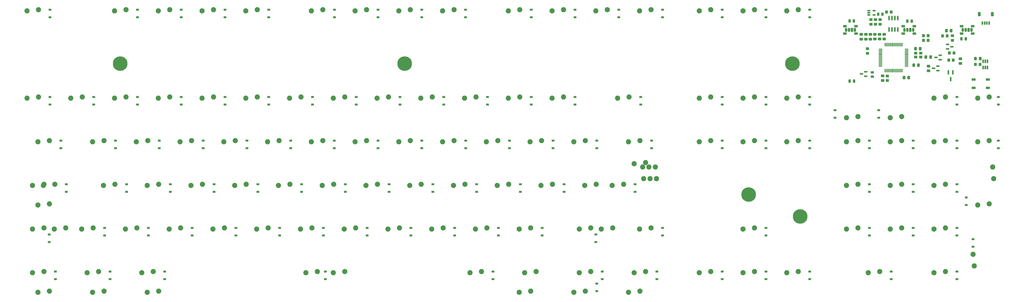
<source format=gbs>
%TF.GenerationSoftware,KiCad,Pcbnew,(6.99.0-5337-gc57e6db79a-dirty)*%
%TF.CreationDate,2023-02-22T22:32:12-05:00*%
%TF.ProjectId,at101w,61743130-3177-42e6-9b69-6361645f7063,rev?*%
%TF.SameCoordinates,Original*%
%TF.FileFunction,Soldermask,Bot*%
%TF.FilePolarity,Negative*%
%FSLAX46Y46*%
G04 Gerber Fmt 4.6, Leading zero omitted, Abs format (unit mm)*
G04 Created by KiCad (PCBNEW (6.99.0-5337-gc57e6db79a-dirty)) date 2023-02-22 22:32:12*
%MOMM*%
%LPD*%
G01*
G04 APERTURE LIST*
G04 Aperture macros list*
%AMRoundRect*
0 Rectangle with rounded corners*
0 $1 Rounding radius*
0 $2 $3 $4 $5 $6 $7 $8 $9 X,Y pos of 4 corners*
0 Add a 4 corners polygon primitive as box body*
4,1,4,$2,$3,$4,$5,$6,$7,$8,$9,$2,$3,0*
0 Add four circle primitives for the rounded corners*
1,1,$1+$1,$2,$3*
1,1,$1+$1,$4,$5*
1,1,$1+$1,$6,$7*
1,1,$1+$1,$8,$9*
0 Add four rect primitives between the rounded corners*
20,1,$1+$1,$2,$3,$4,$5,0*
20,1,$1+$1,$4,$5,$6,$7,0*
20,1,$1+$1,$6,$7,$8,$9,0*
20,1,$1+$1,$8,$9,$2,$3,0*%
G04 Aperture macros list end*
%ADD10R,1.800000X1.100000*%
%ADD11C,2.250000*%
%ADD12C,6.350000*%
%ADD13R,1.200000X0.900000*%
%ADD14RoundRect,0.250000X-0.325000X-0.450000X0.325000X-0.450000X0.325000X0.450000X-0.325000X0.450000X0*%
%ADD15RoundRect,0.150000X-0.587500X-0.150000X0.587500X-0.150000X0.587500X0.150000X-0.587500X0.150000X0*%
%ADD16RoundRect,0.250000X0.475000X-0.337500X0.475000X0.337500X-0.475000X0.337500X-0.475000X-0.337500X0*%
%ADD17RoundRect,0.250000X0.337500X0.475000X-0.337500X0.475000X-0.337500X-0.475000X0.337500X-0.475000X0*%
%ADD18RoundRect,0.250000X-0.350000X-0.450000X0.350000X-0.450000X0.350000X0.450000X-0.350000X0.450000X0*%
%ADD19R,1.400000X1.200000*%
%ADD20RoundRect,0.250000X0.350000X0.450000X-0.350000X0.450000X-0.350000X-0.450000X0.350000X-0.450000X0*%
%ADD21RoundRect,0.250000X-0.450000X0.350000X-0.450000X-0.350000X0.450000X-0.350000X0.450000X0.350000X0*%
%ADD22RoundRect,0.250000X0.450000X-0.350000X0.450000X0.350000X-0.450000X0.350000X-0.450000X-0.350000X0*%
%ADD23RoundRect,0.250000X-0.262500X-0.450000X0.262500X-0.450000X0.262500X0.450000X-0.262500X0.450000X0*%
%ADD24RoundRect,0.150000X0.587500X0.150000X-0.587500X0.150000X-0.587500X-0.150000X0.587500X-0.150000X0*%
%ADD25RoundRect,0.250000X0.250000X0.475000X-0.250000X0.475000X-0.250000X-0.475000X0.250000X-0.475000X0*%
%ADD26RoundRect,0.150000X-0.150000X0.825000X-0.150000X-0.825000X0.150000X-0.825000X0.150000X0.825000X0*%
%ADD27R,0.800000X1.900000*%
%ADD28R,1.500000X1.000000*%
%ADD29O,1.070000X1.800000*%
%ADD30R,1.070000X1.800000*%
%ADD31RoundRect,0.250000X-0.337500X-0.475000X0.337500X-0.475000X0.337500X0.475000X-0.337500X0.475000X0*%
%ADD32RoundRect,0.250000X-0.475000X0.337500X-0.475000X-0.337500X0.475000X-0.337500X0.475000X0.337500X0*%
%ADD33RoundRect,0.075000X0.700000X0.075000X-0.700000X0.075000X-0.700000X-0.075000X0.700000X-0.075000X0*%
%ADD34RoundRect,0.075000X0.075000X0.700000X-0.075000X0.700000X-0.075000X-0.700000X0.075000X-0.700000X0*%
%ADD35RoundRect,0.150000X-0.150000X-0.625000X0.150000X-0.625000X0.150000X0.625000X-0.150000X0.625000X0*%
%ADD36RoundRect,0.250000X-0.350000X-0.650000X0.350000X-0.650000X0.350000X0.650000X-0.350000X0.650000X0*%
%ADD37RoundRect,0.250000X-0.250000X-0.475000X0.250000X-0.475000X0.250000X0.475000X-0.250000X0.475000X0*%
%ADD38RoundRect,0.150000X-0.512500X-0.150000X0.512500X-0.150000X0.512500X0.150000X-0.512500X0.150000X0*%
%ADD39RoundRect,0.250000X-0.450000X0.262500X-0.450000X-0.262500X0.450000X-0.262500X0.450000X0.262500X0*%
%ADD40R,0.650000X1.560000*%
G04 APERTURE END LIST*
D10*
X434949999Y-44979999D03*
X428749999Y-44979999D03*
X434949999Y-48679999D03*
X428749999Y-48679999D03*
D11*
X18931250Y-129350000D03*
X23931250Y-128850000D03*
X42743750Y-129350000D03*
X47743750Y-128850000D03*
X16550000Y-15050000D03*
X21550000Y-14550000D03*
X54650000Y-15050000D03*
X59650000Y-14550000D03*
X73700000Y-15050000D03*
X78700000Y-14550000D03*
X92750000Y-15050000D03*
X97750000Y-14550000D03*
X111800000Y-15050000D03*
X116800000Y-14550000D03*
X140375000Y-15050000D03*
X145375000Y-14550000D03*
X159425000Y-15050000D03*
X164425000Y-14550000D03*
X178475000Y-15050000D03*
X183475000Y-14550000D03*
X197525000Y-15050000D03*
X202525000Y-14550000D03*
X226100000Y-15050000D03*
X231100000Y-14550000D03*
X245150000Y-15050000D03*
X250150000Y-14550000D03*
X264200000Y-15050000D03*
X269200000Y-14550000D03*
X283250000Y-15050000D03*
X288250000Y-14550000D03*
X309245313Y-15050000D03*
X314245313Y-14550000D03*
X328295313Y-15050000D03*
X333295313Y-14550000D03*
X347345313Y-15050000D03*
X352345313Y-14550000D03*
X66556250Y-129350000D03*
X71556250Y-128850000D03*
X137993750Y-129350000D03*
X142993750Y-128850000D03*
X16550000Y-53150000D03*
X21550000Y-52650000D03*
X35600000Y-53150000D03*
X40600000Y-52650000D03*
X54650000Y-53150000D03*
X59650000Y-52650000D03*
X73700000Y-53150000D03*
X78700000Y-52650000D03*
X92750000Y-53150000D03*
X97750000Y-52650000D03*
X111800000Y-53150000D03*
X116800000Y-52650000D03*
X130850000Y-53150000D03*
X135850000Y-52650000D03*
X149900000Y-53150000D03*
X154900000Y-52650000D03*
X168950000Y-53150000D03*
X173950000Y-52650000D03*
X188000000Y-53150000D03*
X193000000Y-52650000D03*
X207050000Y-53150000D03*
X212050000Y-52650000D03*
X226100000Y-53150000D03*
X231100000Y-52650000D03*
X245150000Y-53150000D03*
X250150000Y-52650000D03*
X273725000Y-53150000D03*
X278725000Y-52650000D03*
X309245313Y-53150000D03*
X314245313Y-52650000D03*
X328295313Y-53150000D03*
X333295313Y-52650000D03*
X347345313Y-53150000D03*
X352345313Y-52650000D03*
X378340625Y-61150000D03*
X373340625Y-61650000D03*
X397390625Y-61150000D03*
X392390625Y-61650000D03*
X411440625Y-53150000D03*
X416440625Y-52650000D03*
X430490625Y-53150000D03*
X435490625Y-52650000D03*
X21312500Y-72200000D03*
X26312500Y-71700000D03*
X45125000Y-72200000D03*
X50125000Y-71700000D03*
X64175000Y-72200000D03*
X69175000Y-71700000D03*
X83225000Y-72200000D03*
X88225000Y-71700000D03*
X102275000Y-72200000D03*
X107275000Y-71700000D03*
X121325000Y-72200000D03*
X126325000Y-71700000D03*
X140375000Y-72200000D03*
X145375000Y-71700000D03*
X159425000Y-72200000D03*
X164425000Y-71700000D03*
X178475000Y-72200000D03*
X183475000Y-71700000D03*
X197525000Y-72200000D03*
X202525000Y-71700000D03*
X216575000Y-72200000D03*
X221575000Y-71700000D03*
X235625000Y-72200000D03*
X240625000Y-71700000D03*
X254675000Y-72200000D03*
X259675000Y-71700000D03*
X278487500Y-72200000D03*
X283487500Y-71700000D03*
X309245313Y-72200000D03*
X314245313Y-71700000D03*
X328295313Y-72200000D03*
X333295313Y-71700000D03*
X347345313Y-72200000D03*
X352345313Y-71700000D03*
X373340625Y-72200000D03*
X378340625Y-71700000D03*
X392390625Y-72200000D03*
X397390625Y-71700000D03*
X411440625Y-72200000D03*
X416440625Y-71700000D03*
X430490625Y-72200000D03*
X435490625Y-71700000D03*
X23693750Y-91250000D03*
X28693750Y-90750000D03*
X49887500Y-91250000D03*
X54887500Y-90750000D03*
X68937500Y-91250000D03*
X73937500Y-90750000D03*
X87987500Y-91250000D03*
X92987500Y-90750000D03*
X107037500Y-91250000D03*
X112037500Y-90750000D03*
X126087500Y-91250000D03*
X131087500Y-90750000D03*
X145137500Y-91250000D03*
X150137500Y-90750000D03*
X164187500Y-91250000D03*
X169187500Y-90750000D03*
X183237500Y-91250000D03*
X188237500Y-90750000D03*
X202287500Y-91250000D03*
X207287500Y-90750000D03*
X221337500Y-91250000D03*
X226337500Y-90750000D03*
X240387500Y-91250000D03*
X245387500Y-90750000D03*
X271343750Y-91250000D03*
X276343750Y-90750000D03*
X392390625Y-91250000D03*
X397390625Y-90750000D03*
X411440625Y-91250000D03*
X416440625Y-90750000D03*
X435490625Y-99250000D03*
X430490625Y-99750000D03*
X28456250Y-110300000D03*
X33456250Y-109800000D03*
X59412500Y-110300000D03*
X64412500Y-109800000D03*
X78462500Y-110300000D03*
X83462500Y-109800000D03*
X97512500Y-110300000D03*
X102512500Y-109800000D03*
X116562500Y-110300000D03*
X121562500Y-109800000D03*
X135612500Y-110300000D03*
X140612500Y-109800000D03*
X154662500Y-110300000D03*
X159662500Y-109800000D03*
X173712500Y-110300000D03*
X178712500Y-109800000D03*
X192762500Y-110300000D03*
X197762500Y-109800000D03*
X211812500Y-110300000D03*
X216812500Y-109800000D03*
X230862500Y-110300000D03*
X235862500Y-109800000D03*
X257056250Y-110300000D03*
X262056250Y-109800000D03*
X283250000Y-110300000D03*
X288250000Y-109800000D03*
X328295313Y-110300000D03*
X333295313Y-109800000D03*
X392390625Y-110300000D03*
X397390625Y-109800000D03*
X411440625Y-110300000D03*
X416440625Y-109800000D03*
X428990625Y-126325000D03*
X428490625Y-121325000D03*
X26312500Y-137350000D03*
X21312500Y-137850000D03*
X50125000Y-137350000D03*
X45125000Y-137850000D03*
X73937500Y-137350000D03*
X68937500Y-137850000D03*
X149900000Y-129350000D03*
X154900000Y-128850000D03*
X209431250Y-129350000D03*
X214431250Y-128850000D03*
X233243750Y-129350000D03*
X238243750Y-128850000D03*
X257056250Y-129350000D03*
X262056250Y-128850000D03*
X280868750Y-129350000D03*
X285868750Y-128850000D03*
X309245313Y-129350000D03*
X314245313Y-128850000D03*
X328295313Y-129350000D03*
X333295313Y-128850000D03*
X347345313Y-129350000D03*
X352345313Y-128850000D03*
X382865625Y-129350000D03*
X387865625Y-128850000D03*
X411440625Y-129350000D03*
X416440625Y-128850000D03*
X436990625Y-83225000D03*
X437490625Y-88225000D03*
X266581250Y-110300000D03*
X271581250Y-109800000D03*
X235862500Y-137350000D03*
X230862500Y-137850000D03*
X259675000Y-137350000D03*
X254675000Y-137850000D03*
X283487500Y-137350000D03*
X278487500Y-137850000D03*
X287368750Y-83225000D03*
X287868750Y-88225000D03*
X259437500Y-91250000D03*
X264437500Y-90750000D03*
X40362500Y-110300000D03*
X45362500Y-109800000D03*
X18931250Y-110300000D03*
X23931250Y-109800000D03*
X280868750Y-81725000D03*
X285868750Y-81225000D03*
X290146875Y-83225000D03*
X290646875Y-88225000D03*
X284590625Y-83225000D03*
X285090625Y-88225000D03*
X26312500Y-99250000D03*
X21312500Y-99750000D03*
D12*
X57150000Y-38100000D03*
X180975000Y-38100000D03*
X349845313Y-38100000D03*
X330795313Y-95250000D03*
X353218750Y-104775000D03*
D11*
X373340625Y-91250000D03*
X378340625Y-90750000D03*
X373340625Y-110300000D03*
X378340625Y-109800000D03*
X18931250Y-91250000D03*
X23931250Y-90750000D03*
D13*
X26599999Y-17849999D03*
X26599999Y-14549999D03*
X64649999Y-17849999D03*
X64649999Y-14549999D03*
X83699999Y-17849999D03*
X83699999Y-14549999D03*
X102749999Y-17849999D03*
X102749999Y-14549999D03*
X121799999Y-17849999D03*
X121799999Y-14549999D03*
X150399999Y-17849999D03*
X150399999Y-14549999D03*
X169399999Y-17849999D03*
X169399999Y-14549999D03*
X188449999Y-17849999D03*
X188449999Y-14549999D03*
X207499999Y-17849999D03*
X207499999Y-14549999D03*
X236099999Y-17849999D03*
X236099999Y-14549999D03*
X255149999Y-17849999D03*
X255149999Y-14549999D03*
X274199999Y-17849999D03*
X274199999Y-14549999D03*
X293249999Y-17849999D03*
X293249999Y-14549999D03*
X319249999Y-17849999D03*
X319249999Y-14549999D03*
X338299999Y-17849999D03*
X338299999Y-14549999D03*
X357349999Y-17849999D03*
X357349999Y-14549999D03*
X26549999Y-55949999D03*
X26549999Y-52649999D03*
X45599999Y-55949999D03*
X45599999Y-52649999D03*
X64649999Y-55949999D03*
X64649999Y-52649999D03*
X83699999Y-55949999D03*
X83699999Y-52649999D03*
X102749999Y-55949999D03*
X102749999Y-52649999D03*
X121799999Y-55949999D03*
X121799999Y-52649999D03*
X140849999Y-55949999D03*
X140849999Y-52649999D03*
X159899999Y-55949999D03*
X159899999Y-52649999D03*
X178949999Y-55949999D03*
X178949999Y-52649999D03*
X197999999Y-55949999D03*
X197999999Y-52649999D03*
X217049999Y-55949999D03*
X217049999Y-52649999D03*
X236099999Y-55949999D03*
X236099999Y-52649999D03*
X255149999Y-55949999D03*
X255149999Y-52649999D03*
X283749999Y-55949999D03*
X283749999Y-52649999D03*
X319249999Y-55949999D03*
X319249999Y-52649999D03*
X338299999Y-55949999D03*
X338299999Y-52649999D03*
X357349999Y-55949999D03*
X357349999Y-52649999D03*
X368349999Y-58349999D03*
X368349999Y-61649999D03*
X387399999Y-58349999D03*
X387399999Y-61649999D03*
X421449999Y-55949999D03*
X421449999Y-52649999D03*
X439499999Y-55949999D03*
X439499999Y-52649999D03*
X31299999Y-74999999D03*
X31299999Y-71699999D03*
X55099999Y-74999999D03*
X55099999Y-71699999D03*
X74149999Y-74999999D03*
X74149999Y-71699999D03*
X93249999Y-74999999D03*
X93249999Y-71699999D03*
X112299999Y-74999999D03*
X112299999Y-71699999D03*
X131349999Y-74999999D03*
X131349999Y-71699999D03*
X150349999Y-74999999D03*
X150349999Y-71699999D03*
X169399999Y-74999999D03*
X169399999Y-71699999D03*
X188449999Y-74999999D03*
X188449999Y-71699999D03*
X207549999Y-74999999D03*
X207549999Y-71699999D03*
X226599999Y-74999999D03*
X226599999Y-71699999D03*
X245599999Y-74999999D03*
X245599999Y-71699999D03*
X264649999Y-74999999D03*
X264649999Y-71699999D03*
X288499999Y-74999999D03*
X288499999Y-71699999D03*
X319249999Y-74999999D03*
X319249999Y-71699999D03*
X338299999Y-74999999D03*
X338299999Y-71699999D03*
X357349999Y-74999999D03*
X357349999Y-71699999D03*
X383349999Y-74999999D03*
X383349999Y-71699999D03*
X402399999Y-74999999D03*
X402399999Y-71699999D03*
X421449999Y-74999999D03*
X421449999Y-71699999D03*
X439499999Y-74999999D03*
X439499999Y-71699999D03*
X33699999Y-94049999D03*
X33699999Y-90749999D03*
X59899999Y-94049999D03*
X59899999Y-90749999D03*
X78949999Y-94049999D03*
X78949999Y-90749999D03*
X97999999Y-94049999D03*
X97999999Y-90749999D03*
X117049999Y-94049999D03*
X117049999Y-90749999D03*
X136099999Y-94049999D03*
X136099999Y-90749999D03*
X155149999Y-94049999D03*
X155149999Y-90749999D03*
X174199999Y-94049999D03*
X174199999Y-90749999D03*
X193249999Y-94049999D03*
X193249999Y-90749999D03*
X212299999Y-94049999D03*
X212299999Y-90749999D03*
X231349999Y-94049999D03*
X231349999Y-90749999D03*
X250399999Y-94049999D03*
X250399999Y-90749999D03*
X281349999Y-94049999D03*
X281349999Y-90749999D03*
X383349999Y-94049999D03*
X383349999Y-90749999D03*
X402399999Y-94049999D03*
X402399999Y-90749999D03*
X421449999Y-94049999D03*
X421449999Y-90749999D03*
X425499999Y-96449999D03*
X425499999Y-99749999D03*
X26249999Y-115949999D03*
X26249999Y-112649999D03*
X69399999Y-113099999D03*
X69399999Y-109799999D03*
X88449999Y-113099999D03*
X88449999Y-109799999D03*
X107499999Y-113099999D03*
X107499999Y-109799999D03*
X126549999Y-113099999D03*
X126549999Y-109799999D03*
X145599999Y-113099999D03*
X145599999Y-109799999D03*
X164649999Y-113099999D03*
X164649999Y-109799999D03*
X183699999Y-113099999D03*
X183699999Y-109799999D03*
X202749999Y-113099999D03*
X202749999Y-109799999D03*
X221799999Y-113099999D03*
X221799999Y-109799999D03*
X240849999Y-113099999D03*
X240849999Y-109799999D03*
X264249999Y-115949999D03*
X264249999Y-112649999D03*
X293249999Y-113099999D03*
X293249999Y-109799999D03*
X338299999Y-113099999D03*
X338299999Y-109799999D03*
X383349999Y-113099999D03*
X383349999Y-109799999D03*
X402399999Y-113099999D03*
X402399999Y-109799999D03*
X421449999Y-113099999D03*
X421449999Y-109799999D03*
X428499999Y-114649999D03*
X428499999Y-117949999D03*
X28949999Y-132149999D03*
X28949999Y-128849999D03*
X52749999Y-132149999D03*
X52749999Y-128849999D03*
X76549999Y-132149999D03*
X76549999Y-128849999D03*
X146449999Y-132149999D03*
X146449999Y-128849999D03*
X219449999Y-132149999D03*
X219449999Y-128849999D03*
X264649999Y-134049999D03*
X264649999Y-137349999D03*
X267049999Y-132149999D03*
X267049999Y-128849999D03*
X290849999Y-132149999D03*
X290849999Y-128849999D03*
X319249999Y-132149999D03*
X319249999Y-128849999D03*
X338299999Y-132149999D03*
X338299999Y-128849999D03*
X357349999Y-132149999D03*
X357349999Y-128849999D03*
X392849999Y-132149999D03*
X392849999Y-128849999D03*
X421449999Y-132149999D03*
X421449999Y-128849999D03*
X50349999Y-113099999D03*
X50349999Y-109799999D03*
D14*
X429505000Y-38430000D03*
X431555000Y-38430000D03*
D15*
X417387500Y-31605000D03*
X417387500Y-29705000D03*
X419262500Y-30655000D03*
D16*
X387735000Y-27325000D03*
X387735000Y-25250000D03*
D17*
X418945000Y-23625000D03*
X416870000Y-23625000D03*
D18*
X418175000Y-33375000D03*
X420175000Y-33375000D03*
D19*
X403514999Y-33454999D03*
X405714999Y-33454999D03*
X405714999Y-35154999D03*
X403514999Y-35154999D03*
D20*
X408885000Y-27885000D03*
X406885000Y-27885000D03*
D21*
X382465000Y-31565000D03*
X382465000Y-33565000D03*
D22*
X391115000Y-45445000D03*
X391115000Y-43445000D03*
D20*
X392815000Y-15545000D03*
X390815000Y-15545000D03*
D23*
X387202500Y-16445000D03*
X389027500Y-16445000D03*
D24*
X414205000Y-34435000D03*
X414205000Y-36335000D03*
X412330000Y-35385000D03*
D16*
X389745000Y-27317500D03*
X389745000Y-25242500D03*
D25*
X401775000Y-19505000D03*
X399875000Y-19505000D03*
D16*
X385755000Y-27325000D03*
X385755000Y-25250000D03*
D21*
X386015000Y-18845000D03*
X386015000Y-20845000D03*
D26*
X391910000Y-18180000D03*
X393180000Y-18180000D03*
X394450000Y-18180000D03*
X395720000Y-18180000D03*
X395720000Y-23130000D03*
X394450000Y-23130000D03*
X393180000Y-23130000D03*
X391910000Y-23130000D03*
D22*
X419495000Y-27865000D03*
X419495000Y-25865000D03*
D20*
X419865000Y-36565000D03*
X417865000Y-36565000D03*
D16*
X381815000Y-27362500D03*
X381815000Y-25287500D03*
D27*
X417759999Y-41869999D03*
X419659999Y-41869999D03*
X418709999Y-44869999D03*
D28*
X402947812Y-21744999D03*
D29*
X399862812Y-23344999D03*
D28*
X402947812Y-24944999D03*
D29*
X402402812Y-23344999D03*
D30*
X401132812Y-23344999D03*
D28*
X398047812Y-24944999D03*
D29*
X398592812Y-23344999D03*
D28*
X398047812Y-21744999D03*
D31*
X429530000Y-35850000D03*
X431605000Y-35850000D03*
D16*
X379825000Y-27375000D03*
X379825000Y-25300000D03*
D20*
X417215000Y-25945000D03*
X415215000Y-25945000D03*
D31*
X402640000Y-38738750D03*
X404715000Y-38738750D03*
D28*
X428347812Y-21744999D03*
D29*
X425262812Y-23344999D03*
D28*
X428347812Y-24944999D03*
D29*
X427802812Y-23344999D03*
D30*
X426532812Y-23344999D03*
D28*
X423447812Y-24944999D03*
D29*
X423992812Y-23344999D03*
D28*
X423447812Y-21744999D03*
X377547799Y-21744999D03*
D29*
X374462799Y-23344999D03*
D28*
X377547799Y-24944999D03*
D29*
X377002799Y-23344999D03*
D30*
X375732799Y-23344999D03*
D28*
X372647799Y-24944999D03*
D29*
X373192799Y-23344999D03*
D28*
X372647799Y-21744999D03*
D21*
X384015000Y-18845000D03*
X384015000Y-20845000D03*
D25*
X376595000Y-19415000D03*
X374695000Y-19415000D03*
D32*
X423015000Y-35907500D03*
X423015000Y-37982500D03*
D24*
X413195000Y-39165000D03*
X413195000Y-41065000D03*
X411320000Y-40115000D03*
D31*
X398415000Y-44145000D03*
X400490000Y-44145000D03*
D16*
X409055000Y-41215000D03*
X409055000Y-39140000D03*
X383775000Y-27355000D03*
X383775000Y-25280000D03*
D33*
X399560000Y-31705000D03*
X399560000Y-32205000D03*
X399560000Y-32705000D03*
X399560000Y-33205000D03*
X399560000Y-33705000D03*
X399560000Y-34205000D03*
X399560000Y-34705000D03*
X399560000Y-35205000D03*
X399560000Y-35705000D03*
X399560000Y-36205000D03*
X399560000Y-36705000D03*
X399560000Y-37205000D03*
X399560000Y-37705000D03*
X399560000Y-38205000D03*
X399560000Y-38705000D03*
X399560000Y-39205000D03*
D34*
X397635000Y-41130000D03*
X397135000Y-41130000D03*
X396635000Y-41130000D03*
X396135000Y-41130000D03*
X395635000Y-41130000D03*
X395135000Y-41130000D03*
X394635000Y-41130000D03*
X394135000Y-41130000D03*
X393635000Y-41130000D03*
X393135000Y-41130000D03*
X392635000Y-41130000D03*
X392135000Y-41130000D03*
X391635000Y-41130000D03*
X391135000Y-41130000D03*
X390635000Y-41130000D03*
X390135000Y-41130000D03*
D33*
X388210000Y-39205000D03*
X388210000Y-38705000D03*
X388210000Y-38205000D03*
X388210000Y-37705000D03*
X388210000Y-37205000D03*
X388210000Y-36705000D03*
X388210000Y-36205000D03*
X388210000Y-35705000D03*
X388210000Y-35205000D03*
X388210000Y-34705000D03*
X388210000Y-34205000D03*
X388210000Y-33705000D03*
X388210000Y-33205000D03*
X388210000Y-32705000D03*
X388210000Y-32205000D03*
X388210000Y-31705000D03*
D34*
X390135000Y-29780000D03*
X390635000Y-29780000D03*
X391135000Y-29780000D03*
X391635000Y-29780000D03*
X392135000Y-29780000D03*
X392635000Y-29780000D03*
X393135000Y-29780000D03*
X393635000Y-29780000D03*
X394135000Y-29780000D03*
X394635000Y-29780000D03*
X395135000Y-29780000D03*
X395635000Y-29780000D03*
X396135000Y-29780000D03*
X396635000Y-29780000D03*
X397135000Y-29780000D03*
X397635000Y-29780000D03*
D35*
X432530000Y-20370000D03*
X433530000Y-20370000D03*
X434530000Y-20370000D03*
X435530000Y-20370000D03*
D36*
X431230000Y-16495000D03*
X436830000Y-16495000D03*
D37*
X423435000Y-27195000D03*
X425335000Y-27195000D03*
D31*
X407925000Y-35175000D03*
X410000000Y-35175000D03*
D38*
X383140000Y-16845000D03*
X383140000Y-15895000D03*
X383140000Y-14945000D03*
X385415000Y-14945000D03*
X385415000Y-16845000D03*
D39*
X384625000Y-41872500D03*
X384625000Y-43697500D03*
D24*
X381735000Y-41635000D03*
X381735000Y-43535000D03*
X379860000Y-42585000D03*
D40*
X432849999Y-37049999D03*
X433799999Y-37049999D03*
X434749999Y-37049999D03*
X434749999Y-39749999D03*
X433799999Y-39749999D03*
X432849999Y-39749999D03*
D20*
X408885000Y-25885000D03*
X406885000Y-25885000D03*
D21*
X388015000Y-18845000D03*
X388015000Y-20845000D03*
D31*
X403380000Y-31565000D03*
X405455000Y-31565000D03*
D37*
X374745000Y-45705000D03*
X376645000Y-45705000D03*
D32*
X389115000Y-43370000D03*
X389115000Y-45445000D03*
M02*

</source>
